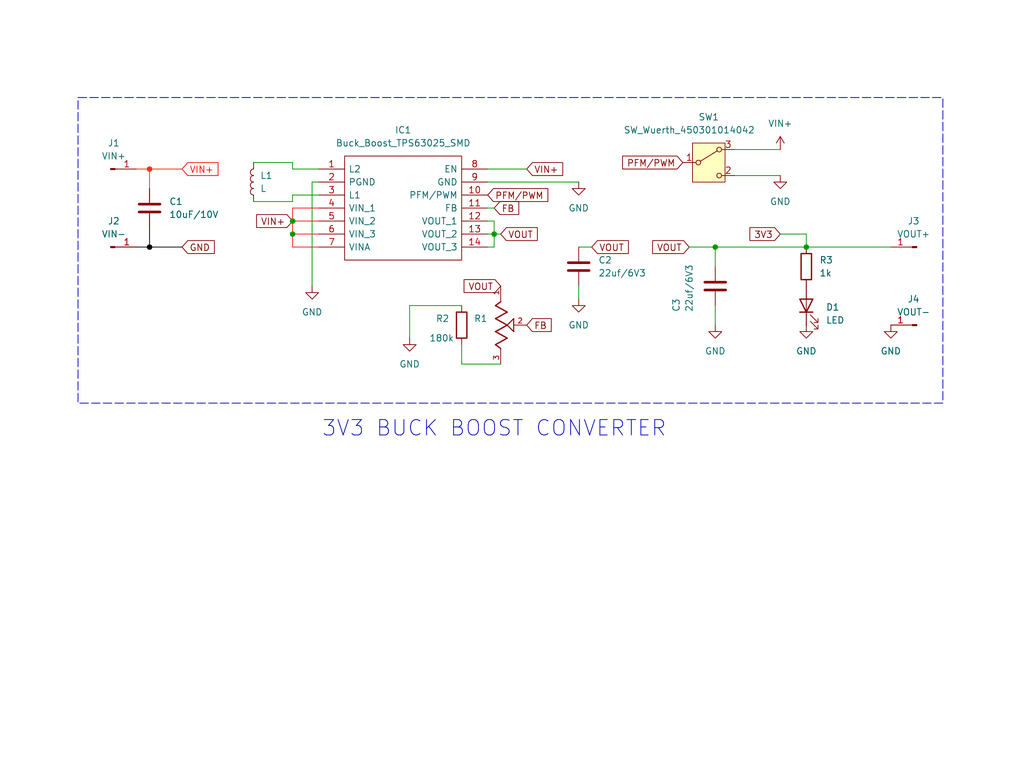
<source format=kicad_sch>
(kicad_sch (version 20231120) (generator "eeschema") (generator_version "8.0")
  (paper "User" 200 150)
  (lib_symbols
    (symbol "Connector:Conn_01x01_Pin" (pin_names (offset 1.016) hide)
      (property "Reference" "J" (at 0 2.54 0))
      (property "Value" "Conn_01x01_Pin" (at 0 -2.54 0))
      (symbol "Conn_01x01_Pin_1_1"
        (polyline (pts (xy 1.27 0) (xy 0.8636 0)) (stroke (width 0.1524)))
        (rectangle (start 0.8636 0.127) (end 0 -0.127) (stroke (width 0.1524)) (fill (type outline)))
        (pin passive line (at 5.08 0 180) (length 3.81) (name "Pin_1") (number "1"))
      )
    )
    (symbol "Device:C" (pin_numbers hide) (pin_names (offset 0.254))
      (property "Reference" "C" (at 0.635 2.54 0))
      (property "Value" "C" (at 0.635 -2.54 0))
      (symbol "C_0_1"
        (polyline (pts (xy -2.032 -0.762) (xy 2.032 -0.762)) (stroke (width 0.508)))
        (polyline (pts (xy -2.032 0.762) (xy 2.032 0.762)) (stroke (width 0.508)))
      )
      (symbol "C_1_1"
        (pin passive line (at 0 3.81 270) (length 2.794) (name "~") (number "1"))
        (pin passive line (at 0 -3.81 90) (length 2.794) (name "~") (number "2"))
      )
    )
    (symbol "Device:L" (pin_numbers hide) (pin_names (offset 1.016) hide)
      (property "Reference" "L" (at -1.27 0 90))
      (property "Value" "L" (at 1.905 0 90))
      (symbol "L_0_1"
        (arc (start 0 -2.54) (mid 0.6323 -1.905) (end 0 -1.27))
        (arc (start 0 -1.27) (mid 0.6323 -0.635) (end 0 0))
        (arc (start 0 0) (mid 0.6323 0.635) (end 0 1.27))
        (arc (start 0 1.27) (mid 0.6323 1.905) (end 0 2.54))
      )
      (symbol "L_1_1"
        (pin passive line (at 0 3.81 270) (length 1.27) (name "1") (number "1"))
        (pin passive line (at 0 -3.81 90) (length 1.27) (name "2") (number "2"))
      )
    )
    (symbol "Device:LED" (pin_numbers hide) (pin_names (offset 1.016) hide)
      (property "Reference" "D" (at 0 2.54 0))
      (property "Value" "LED" (at 0 -2.54 0))
      (symbol "LED_0_1"
        (polyline (pts (xy -1.27 -1.27) (xy -1.27 1.27)) (stroke (width 0.254)))
        (polyline (pts (xy -1.27 0) (xy 1.27 0)))
        (polyline (pts (xy 1.27 -1.27) (xy 1.27 1.27) (xy -1.27 0) (xy 1.27 -1.27)) (stroke (width 0.254)))
        (polyline (pts (xy -3.048 -0.762) (xy -4.572 -2.286) (xy -3.81 -2.286) (xy -4.572 -2.286) (xy -4.572 -1.524)))
        (polyline (pts (xy -1.778 -0.762) (xy -3.302 -2.286) (xy -2.54 -2.286) (xy -3.302 -2.286) (xy -3.302 -1.524)))
      )
      (symbol "LED_1_1"
        (pin passive line (at -3.81 0 0) (length 2.54) (name "K") (number "1"))
        (pin passive line (at 3.81 0 180) (length 2.54) (name "A") (number "2"))
      )
    )
    (symbol "Device:R" (pin_numbers hide) (pin_names (offset 0))
      (property "Reference" "R" (at 2.032 0 90))
      (property "Value" "R" (at 0 0 90))
      (symbol "R_0_1"
        (rectangle (start -1.016 -2.54) (end 1.016 2.54) (stroke (width 0.254)))
      )
      (symbol "R_1_1"
        (pin passive line (at 0 3.81 270) (length 1.27) (name "~") (number "1"))
        (pin passive line (at 0 -3.81 90) (length 1.27) (name "~") (number "2"))
      )
    )
    (symbol "New_Library_0:PT01-D120K1-B103" (pin_names (offset 1.016))
      (property "Reference" "R" (at -7.62 10.16 0))
      (property "Value" "PT01-D120K1-B103" (at -7.62 -5.08 0))
      (symbol "PT01-D120K1-B103_0_0"
        (polyline (pts (xy -4.572 0) (xy -5.08 0)) (stroke (width 0.1524)))
        (polyline (pts (xy -3.81 -1.016) (xy -4.572 0)) (stroke (width 0.254)))
        (polyline (pts (xy -2.54 1.27) (xy -3.81 -1.016)) (stroke (width 0.254)))
        (polyline (pts (xy -1.27 -1.016) (xy -2.54 1.27)) (stroke (width 0.254)))
        (polyline (pts (xy -1.27 2.54) (xy 1.27 2.54)) (stroke (width 0.2032)))
        (polyline (pts (xy 0 1.27) (xy -1.27 -1.016)) (stroke (width 0.254)))
        (polyline (pts (xy 0 1.27) (xy -1.27 2.54)) (stroke (width 0.2032)))
        (polyline (pts (xy 1.27 -1.016) (xy 0 1.27)) (stroke (width 0.254)))
        (polyline (pts (xy 1.27 2.54) (xy 0 1.27)) (stroke (width 0.2032)))
        (polyline (pts (xy 2.54 1.27) (xy 1.27 -1.016)) (stroke (width 0.254)))
        (polyline (pts (xy 3.81 -1.016) (xy 2.54 1.27)) (stroke (width 0.254)))
        (polyline (pts (xy 4.572 0) (xy 3.81 -1.016)) (stroke (width 0.254)))
        (polyline (pts (xy 5.08 0) (xy 4.572 0)) (stroke (width 0.1524)))
        (pin passive line (at -7.62 0 0) (length 2.54) (name "~") (number "1"))
        (pin passive line (at 0 5.08 270) (length 2.54) (name "~") (number "2"))
        (pin passive line (at 7.62 0 180) (length 2.54) (name "~") (number "3"))
      )
    )
    (symbol "Switch:SW_Wuerth_450301014042" (pin_names (offset 1) hide)
      (property "Reference" "SW" (at 0 5.08 0))
      (property "Value" "SW_Wuerth_450301014042" (at 0 -5.08 0))
      (symbol "SW_Wuerth_450301014042_0_1"
        (circle (center -2.032 0) (radius 0.4572))
        (polyline (pts (xy -1.651 0.254) (xy 1.651 2.286)))
        (circle (center 2.032 -2.54) (radius 0.4572))
        (circle (center 2.032 2.54) (radius 0.4572))
      )
      (symbol "SW_Wuerth_450301014042_1_1"
        (rectangle (start -3.175 3.81) (end 3.175 -3.81) (fill (type background)))
        (pin passive line (at -5.08 0 0) (length 2.54) (name "B") (number "1"))
        (pin passive line (at 5.08 -2.54 180) (length 2.54) (name "C") (number "2"))
        (pin passive line (at 5.08 2.54 180) (length 2.54) (name "A") (number "3"))
      )
    )
    (symbol "Symbol_Lib:Buck_Boost_TPS63025_SMD" (pin_names (offset 0.762))
      (property "Reference" "IC" (at 29.21 7.62 0))
      (property "Value" "Buck_Boost_TPS63025_SMD" (at 29.21 5.08 0))
      (symbol "Buck_Boost_TPS63025_SMD_0_0"
        (pin passive line (at 0 0 0) (length 5.08) (name "L2") (number "1"))
        (pin passive line (at 33.02 -5.08 180) (length 5.08) (name "PFM/PWM") (number "10"))
        (pin passive line (at 33.02 -7.62 180) (length 5.08) (name "FB") (number "11"))
        (pin passive line (at 33.02 -10.16 180) (length 5.08) (name "VOUT_1") (number "12"))
        (pin passive line (at 33.02 -12.7 180) (length 5.08) (name "VOUT_2") (number "13"))
        (pin passive line (at 33.02 -15.24 180) (length 5.08) (name "VOUT_3") (number "14"))
        (pin passive line (at 0 -2.54 0) (length 5.08) (name "PGND") (number "2"))
        (pin passive line (at 0 -5.08 0) (length 5.08) (name "L1") (number "3"))
        (pin passive line (at 0 -7.62 0) (length 5.08) (name "VIN_1") (number "4"))
        (pin passive line (at 0 -10.16 0) (length 5.08) (name "VIN_2") (number "5"))
        (pin passive line (at 0 -12.7 0) (length 5.08) (name "VIN_3") (number "6"))
        (pin passive line (at 0 -15.24 0) (length 5.08) (name "VINA") (number "7"))
        (pin passive line (at 33.02 0 180) (length 5.08) (name "EN") (number "8"))
        (pin passive line (at 33.02 -2.54 180) (length 5.08) (name "GND") (number "9"))
      )
      (symbol "Buck_Boost_TPS63025_SMD_0_1"
        (polyline (pts (xy 5.08 2.54) (xy 27.94 2.54) (xy 27.94 -17.78) (xy 5.08 -17.78) (xy 5.08 2.54)) (stroke (width 0.1524)))
      )
    )
    (symbol "power:+3.3V" (power) (pin_numbers hide) (pin_names (offset 0) hide)
      (property "Value" "+3.3V" (at 0 3.556 0))
      (symbol "+3.3V_0_1"
        (polyline (pts (xy -0.762 1.27) (xy 0 2.54)))
        (polyline (pts (xy 0 0) (xy 0 2.54)))
        (polyline (pts (xy 0 2.54) (xy 0.762 1.27)))
      )
      (symbol "+3.3V_1_1"
        (pin power_in line (at 0 0 90) (length 0) (name "~") (number "1"))
      )
    )
    (symbol "power:GND" (power) (pin_numbers hide) (pin_names (offset 0) hide)
      (property "Value" "GND" (at 0 -3.81 0))
      (symbol "GND_0_1"
        (polyline (pts (xy 0 0) (xy 0 -1.27) (xy 1.27 -1.27) (xy 0 -2.54) (xy -1.27 -1.27) (xy 0 -1.27)))
      )
      (symbol "GND_1_1"
        (pin power_in line (at 0 0 270) (length 0) (name "~") (number "1"))
      )
    )
  )
  (junction (at 29.21 33.02) (color 255 42 23 1))
  (junction (at 57.15 45.72))
  (junction (at 96.52 45.72))
  (junction (at 157.48 48.26))
  (junction (at 57.15 43.18))
  (junction (at 139.7 48.26))
  (junction (at 29.21 48.26) (color 3 3 3 1))
  (wire (pts (xy 113.03 58.42) (xy 113.03 55.88)))
  (wire (pts (xy 80.01 59.69) (xy 90.17 59.69)))
  (wire (pts (xy 57.15 33.02) (xy 62.23 33.02)))
  (wire (pts (xy 152.4 45.72) (xy 157.48 45.72)))
  (wire (pts (xy 139.7 48.26) (xy 157.48 48.26)))
  (wire (pts (xy 134.62 48.26) (xy 139.7 48.26)))
  (wire (pts (xy 60.96 55.88) (xy 60.96 35.56)))
  (wire (pts (xy 95.25 43.18) (xy 96.52 43.18)))
  (wire (pts (xy 29.21 33.02) (xy 29.21 36.83)) (stroke (width 0) (color 255 42 23 1)))
  (wire (pts (xy 102.87 33.02) (xy 95.25 33.02)))
  (wire (pts (xy 57.15 43.18) (xy 57.15 45.72)) (stroke (width 0) (color 255 20 22 1)))
  (wire (pts (xy 57.15 31.75) (xy 57.15 33.02)))
  (wire (pts (xy 49.53 31.75) (xy 57.15 31.75)))
  (wire (pts (xy 57.15 39.37) (xy 49.53 39.37)))
  (wire (pts (xy 57.15 48.26) (xy 62.23 48.26)) (stroke (width 0) (color 255 20 22 1)))
  (wire (pts (xy 90.17 71.12) (xy 97.79 71.12)))
  (wire (pts (xy 29.21 33.02) (xy 26.67 33.02)) (stroke (width 0) (color 255 42 23 1)))
  (wire (pts (xy 62.23 38.1) (xy 57.15 38.1)))
  (wire (pts (xy 95.25 48.26) (xy 96.52 48.26)))
  (wire (pts (xy 29.21 44.45) (xy 29.21 48.26)) (stroke (width 0) (color 3 3 3 1)))
  (wire (pts (xy 96.52 40.64) (xy 95.25 40.64)))
  (wire (pts (xy 95.25 45.72) (xy 96.52 45.72)))
  (wire (pts (xy 139.7 52.07) (xy 139.7 48.26)))
  (wire (pts (xy 57.15 40.64) (xy 62.23 40.64)) (stroke (width 0) (color 255 20 22 1)))
  (wire (pts (xy 57.15 43.18) (xy 62.23 43.18)) (stroke (width 0) (color 255 20 22 1)))
  (wire (pts (xy 57.15 38.1) (xy 57.15 39.37)))
  (wire (pts (xy 139.7 63.5) (xy 139.7 59.69)))
  (wire (pts (xy 143.51 29.21) (xy 152.4 29.21)))
  (wire (pts (xy 35.56 33.02) (xy 29.21 33.02)) (stroke (width 0) (color 255 42 23 1)))
  (wire (pts (xy 29.21 48.26) (xy 26.67 48.26)) (stroke (width 0) (color 3 3 3 1)))
  (wire (pts (xy 80.01 66.04) (xy 80.01 59.69)))
  (wire (pts (xy 90.17 67.31) (xy 90.17 71.12)))
  (wire (pts (xy 35.56 48.26) (xy 29.21 48.26)) (stroke (width 0) (color 3 3 3 1)))
  (wire (pts (xy 57.15 45.72) (xy 62.23 45.72)) (stroke (width 0) (color 255 20 22 1)))
  (wire (pts (xy 97.79 45.72) (xy 96.52 45.72)))
  (wire (pts (xy 157.48 48.26) (xy 173.99 48.26)))
  (wire (pts (xy 157.48 45.72) (xy 157.48 48.26)))
  (wire (pts (xy 143.51 34.29) (xy 152.4 34.29)))
  (wire (pts (xy 115.57 48.26) (xy 113.03 48.26)))
  (wire (pts (xy 95.25 35.56) (xy 113.03 35.56)))
  (wire (pts (xy 96.52 43.18) (xy 96.52 45.72)))
  (wire (pts (xy 96.52 45.72) (xy 96.52 48.26)))
  (wire (pts (xy 60.96 35.56) (xy 62.23 35.56)))
  (wire (pts (xy 57.15 45.72) (xy 57.15 48.26)) (stroke (width 0) (color 255 20 22 1)))
  (wire (pts (xy 57.15 40.64) (xy 57.15 43.18)) (stroke (width 0) (color 255 20 22 1)))
  (rectangle (start 15.24 19.05) (end 184.15 78.74) (stroke (width 0) (type dash)))
  (text "3V3 BUCK BOOST CONVERTER\n" (at 96.52 83.82 0) (effects (font (size 3 3))))
  (global_label "VIN+" (shape input) (at 57.15 43.18 180) (property "Intersheetrefs" "${INTERSHEET_REFS}" (effects (hide yes))))
  (global_label "VIN+" (shape input) (at 35.56 33.02 0) (property "Intersheetrefs" "${INTERSHEET_REFS}" (effects (hide yes))))
  (global_label "VOUT" (shape input) (at 97.79 55.88 180) (property "Intersheetrefs" "${INTERSHEET_REFS}" (effects (hide yes))))
  (global_label "GND" (shape input) (at 35.56 48.26 0) (property "Intersheetrefs" "${INTERSHEET_REFS}" (effects (hide yes))))
  (global_label "PFM{slash}PWM" (shape input) (at 133.35 31.75 180) (property "Intersheetrefs" "${INTERSHEET_REFS}" (effects (hide yes))))
  (global_label "VIN+" (shape input) (at 102.87 33.02 0) (property "Intersheetrefs" "${INTERSHEET_REFS}" (effects (hide yes))))
  (global_label "VOUT" (shape input) (at 115.57 48.26 0) (property "Intersheetrefs" "${INTERSHEET_REFS}" (effects (hide yes))))
  (global_label "FB" (shape input) (at 102.87 63.5 0) (property "Intersheetrefs" "${INTERSHEET_REFS}" (effects (hide yes))))
  (global_label "VOUT" (shape input) (at 97.79 45.72 0) (property "Intersheetrefs" "${INTERSHEET_REFS}" (effects (hide yes))))
  (global_label "VOUT" (shape input) (at 134.62 48.26 180) (property "Intersheetrefs" "${INTERSHEET_REFS}" (effects (hide yes))))
  (global_label "PFM{slash}PWM" (shape input) (at 95.25 38.1 0) (property "Intersheetrefs" "${INTERSHEET_REFS}" (effects (hide yes))))
  (global_label "FB" (shape input) (at 96.52 40.64 0) (property "Intersheetrefs" "${INTERSHEET_REFS}" (effects (hide yes))))
  (global_label "3V3" (shape input) (at 152.4 45.72 180) (property "Intersheetrefs" "${INTERSHEET_REFS}" (effects (hide yes))))
  (symbol (lib_id "power:GND") (at 157.48 63.5 0) (unit 1)
    (property "Reference" "#PWR09" (effects (hide yes)))
    (property "Value" "GND" (at 157.48 68.58 0))
    (property "Description" "Power symbol creates a global label with name \"GND\" , ground" (effects (hide yes)))
  )
  (symbol (lib_id "New_Library_0:PT01-D120K1-B103") (at 97.79 63.5 270) (unit 1)
    (property "Reference" "R1" (at 95.25 62.2299 90) (effects (justify right)))
    (property "Value" "PT01-D120K1-B103" (effects (hide yes)))
    (property "Footprint" "Library:TrimPot_10k_SMD" (effects (hide yes)))
    (property "DigiKey_Part_Number" "2223-PT01-D120K1-B103-ND" (effects (hide yes)))
    (property "MF" "CUI Devices" (effects (hide yes)))
    (property "MAXIMUM_PACKAGE_HEIGHT" "26.8 mm" (effects (hide yes)))
    (property "Package" "None" (effects (hide yes)))
    (property "Check_prices" "https://www.snapeda.com/parts/PT01-D120K1-B103/CUI+Devices/view-part/?ref=eda" (effects (hide yes)))
    (property "STANDARD" "Manufacturer Recommendations" (effects (hide yes)))
    (property "PARTREV" "1.0" (effects (hide yes)))
    (property "SnapEDA_Link" "https://www.snapeda.com/parts/PT01-D120K1-B103/CUI+Devices/view-part/?ref=snap" (effects (hide yes)))
    (property "MP" "PT01-D120K1-B103" (effects (hide yes)))
    (property "Purchase-URL" "https://www.snapeda.com/api/url_track_click_mouser/?unipart_id=11812771&manufacturer=CUI Devices&part_name=PT01-D120K1-B103&search_term=potentiometer" (effects (hide yes)))
    (property "Description_1" "10 mm, Horizontal, Linear, 10 kΩ, Through Hole, Knurled (18 Teeth) Rotary Potentiometer" (effects (hide yes)))
    (property "CUI_purchase_URL" "https://www.cuidevices.com/product/motion-and-control/potentiometers/rotary-potentiometers/pt01-d120k1-b103?utm_source=snapeda.com&utm_medium=referral&utm_campaign=snapedaBOM" (effects (hide yes)))
    (property "MANUFACTURER" "CUI Devices" (effects (hide yes)))
  )
  (symbol (lib_id "Connector:Conn_01x01_Pin") (at 21.59 33.02 0) (unit 1)
    (property "Reference" "J1" (at 22.225 27.94 0))
    (property "Value" "VIN+" (at 22.225 30.48 0))
    (property "Footprint" "Library:TestPoint_Pad_1.0x1.0mm" (effects (hide yes)))
    (property "Description" "Generic connector, single row, 01x01, script generated" (effects (hide yes)))
  )
  (symbol (lib_id "Device:C") (at 29.21 40.64 0) (unit 1)
    (property "Reference" "C1" (at 33.02 39.3699 0) (effects (justify left)))
    (property "Value" "10uF/10V" (at 33.02 41.9099 0) (effects (justify left)))
    (property "Footprint" "Capacitor_THT:C_Radial_D6.3mm_H11.0mm_P2.50mm" (effects (hide yes)))
    (property "Description" "Unpolarized capacitor" (effects (hide yes)))
  )
  (symbol (lib_id "power:GND") (at 80.01 66.04 0) (unit 1)
    (property "Reference" "#PWR03" (effects (hide yes)))
    (property "Value" "GND" (at 80.01 71.12 0))
    (property "Description" "Power symbol creates a global label with name \"GND\" , ground" (effects (hide yes)))
  )
  (symbol (lib_id "power:GND") (at 173.99 63.5 0) (unit 1)
    (property "Reference" "#PWR010" (effects (hide yes)))
    (property "Value" "GND" (at 173.99 68.58 0))
    (property "Description" "Power symbol creates a global label with name \"GND\" , ground" (effects (hide yes)))
  )
  (symbol (lib_id "Device:LED") (at 157.48 59.69 90) (unit 1)
    (property "Reference" "D1" (at 161.29 60.0074 90) (effects (justify right)))
    (property "Value" "LED" (at 161.29 62.5474 90) (effects (justify right)))
    (property "Footprint" "LED_THT:LED_D3.0mm" (effects (hide yes)))
    (property "Description" "Light emitting diode" (effects (hide yes)))
  )
  (symbol (lib_id "Device:C") (at 113.03 52.07 0) (unit 1)
    (property "Reference" "C2" (at 116.84 50.7999 0) (effects (justify left)))
    (property "Value" "22uf/6V3" (at 116.84 53.3399 0) (effects (justify left)))
    (property "Footprint" "Capacitor_THT:C_Radial_D6.3mm_H11.0mm_P2.50mm" (effects (hide yes)))
    (property "Description" "Unpolarized capacitor" (effects (hide yes)))
  )
  (symbol (lib_id "power:GND") (at 60.96 55.88 0) (unit 1)
    (property "Reference" "#PWR04" (effects (hide yes)))
    (property "Value" "GND" (at 60.96 60.96 0))
    (property "Description" "Power symbol creates a global label with name \"GND\" , ground" (effects (hide yes)))
  )
  (symbol (lib_id "power:GND") (at 152.4 34.29 0) (unit 1)
    (property "Reference" "#PWR06" (effects (hide yes)))
    (property "Value" "GND" (at 152.4 39.37 0))
    (property "Description" "Power symbol creates a global label with name \"GND\" , ground" (effects (hide yes)))
  )
  (symbol (lib_id "power:GND") (at 113.03 58.42 0) (unit 1)
    (property "Reference" "#PWR01" (effects (hide yes)))
    (property "Value" "GND" (at 113.03 63.5 0))
    (property "Description" "Power symbol creates a global label with name \"GND\" , ground" (effects (hide yes)))
  )
  (symbol (lib_id "Device:L") (at 49.53 35.56 180) (unit 1)
    (property "Reference" "L1" (at 50.8 34.2899 0) (effects (justify right)))
    (property "Value" "L" (at 50.8 36.8299 0) (effects (justify right)))
    (property "Footprint" "SymScs_Ft:XFL7015102MEB" (effects (hide yes)))
    (property "Description" "Inductor" (effects (hide yes)))
  )
  (symbol (lib_id "Symbol_Lib:Buck_Boost_TPS63025_SMD") (at 62.23 33.02 0) (unit 1)
    (property "Reference" "IC1" (at 78.74 25.4 0))
    (property "Value" "Buck_Boost_TPS63025_SMD" (at 78.74 27.94 0))
    (property "Footprint" "Library:IC_BuckBoost_TPS630250RNCT_VQFN14_2x3mm" (effects (hide yes)))
    (property "Datasheet" "http://www.ti.com/lit/gpn/tps630250" (effects (hide yes)))
    (property "Description" "Industrys Smallest 4A Switch Single-Inductor Buck-Boost Converter" (effects (hide yes)))
    (property "Description_1" "Industrys Smallest 4A Switch Single-Inductor Buck-Boost Converter" (effects (hide yes)))
    (property "Height" "1" (effects (hide yes)))
    (property "Manufacturer_Name" "Texas Instruments" (effects (hide yes)))
    (property "Manufacturer_Part_Number" "TPS630250RNCT" (effects (hide yes)))
    (property "Mouser Part Number" "595-TPS630250RNCT" (effects (hide yes)))
    (property "Mouser Price/Stock" "https://www.mouser.co.uk/ProductDetail/Texas-Instruments/TPS630250RNCT?qs=G5PZsBocSXsAz3HUL%252BghKg%3D%3D" (effects (hide yes)))
    (property "Arrow Part Number" "TPS630250RNCT" (effects (hide yes)))
    (property "Arrow Price/Stock" "https://www.arrow.com/en/products/tps630250rnct/texas-instruments?region=nac" (effects (hide yes)))
  )
  (symbol (lib_id "Device:R") (at 157.48 52.07 0) (unit 1)
    (property "Reference" "R3" (at 160.02 50.7999 0) (effects (justify left)))
    (property "Value" "1k" (at 160.02 53.3399 0) (effects (justify left)))
    (property "Footprint" "Resistor_THT:R_Axial_DIN0207_L6.3mm_D2.5mm_P10.16mm_Horizontal" (effects (hide yes)))
    (property "Description" "Resistor" (effects (hide yes)))
  )
  (symbol (lib_id "power:GND") (at 113.03 35.56 0) (unit 1)
    (property "Reference" "#PWR02" (effects (hide yes)))
    (property "Value" "GND" (at 113.03 40.64 0))
    (property "Description" "Power symbol creates a global label with name \"GND\" , ground" (effects (hide yes)))
  )
  (symbol (lib_id "Switch:SW_Wuerth_450301014042") (at 138.43 31.75 0) (unit 1)
    (property "Reference" "SW1" (at 138.43 22.86 0))
    (property "Value" "SW_Wuerth_450301014042" (at 134.62 25.4 0))
    (property "Footprint" "Button_Switch_THT:SW_Slide-03_Wuerth-WS-SLTV_10x2.5x6.4_P2.54mm" (effects (hide yes)))
    (property "Datasheet" "https://www.we-online.com/components/products/datasheet/450301014042.pdf" (effects (hide yes)))
    (property "Description" "Switch slide, single pole double throw" (effects (hide yes)))
  )
  (symbol (lib_id "Connector:Conn_01x01_Pin") (at 179.07 63.5 0) (mirror y) (unit 1)
    (property "Reference" "J4" (at 178.435 58.42 0))
    (property "Value" "VOUT-" (at 178.435 60.96 0))
    (property "Footprint" "Library:TestPoint_Pad_1.0x1.0mm" (effects (hide yes)))
    (property "Description" "Generic connector, single row, 01x01, script generated" (effects (hide yes)))
  )
  (symbol (lib_id "Connector:Conn_01x01_Pin") (at 21.59 48.26 0) (unit 1)
    (property "Reference" "J2" (at 22.225 43.18 0))
    (property "Value" "VIN-" (at 22.225 45.72 0))
    (property "Footprint" "Library:TestPoint_Pad_1.0x1.0mm" (effects (hide yes)))
    (property "Description" "Generic connector, single row, 01x01, script generated" (effects (hide yes)))
  )
  (symbol (lib_id "power:GND") (at 139.7 63.5 0) (unit 1)
    (property "Reference" "#PWR07" (effects (hide yes)))
    (property "Value" "GND" (at 139.7 68.58 0))
    (property "Description" "Power symbol creates a global label with name \"GND\" , ground" (effects (hide yes)))
  )
  (symbol (lib_id "Device:C") (at 139.7 55.88 0) (unit 1)
    (property "Reference" "C3" (at 132.08 60.96 90) (effects (justify left)))
    (property "Value" "22uf/6V3" (at 134.62 60.96 90) (effects (justify left)))
    (property "Footprint" "Capacitor_THT:C_Radial_D6.3mm_H11.0mm_P2.50mm" (effects (hide yes)))
    (property "Description" "Unpolarized capacitor" (effects (hide yes)))
  )
  (symbol (lib_id "Connector:Conn_01x01_Pin") (at 179.07 48.26 0) (mirror y) (unit 1)
    (property "Reference" "J3" (at 178.435 43.18 0))
    (property "Value" "VOUT+" (at 178.435 45.72 0))
    (property "Footprint" "Library:TestPoint_Pad_1.0x1.0mm" (effects (hide yes)))
    (property "Description" "Generic connector, single row, 01x01, script generated" (effects (hide yes)))
  )
  (symbol (lib_id "power:+3.3V") (at 152.4 29.21 0) (unit 1)
    (property "Reference" "#PWR05" (effects (hide yes)))
    (property "Value" "VIN+" (at 152.4 24.13 0))
    (property "Description" "Power symbol creates a global label with name \"+3.3V\"" (effects (hide yes)))
  )
  (symbol (lib_id "Device:R") (at 90.17 63.5 0) (unit 1)
    (property "Reference" "R2" (at 85.09 62.23 0) (effects (justify left)))
    (property "Value" "180k" (at 83.82 66.04 0) (effects (justify left)))
    (property "Footprint" "Resistor_THT:R_Axial_DIN0207_L6.3mm_D2.5mm_P10.16mm_Horizontal" (effects (hide yes)))
    (property "Description" "Resistor" (effects (hide yes)))
  )
)
</source>
